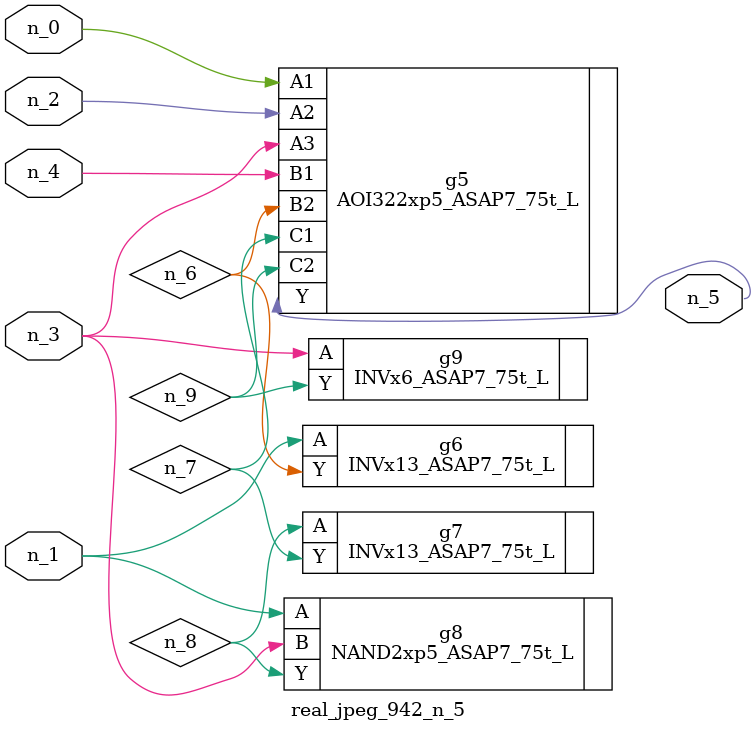
<source format=v>
module real_jpeg_942_n_5 (n_4, n_0, n_1, n_2, n_3, n_5);

input n_4;
input n_0;
input n_1;
input n_2;
input n_3;

output n_5;

wire n_8;
wire n_6;
wire n_7;
wire n_9;

AOI322xp5_ASAP7_75t_L g5 ( 
.A1(n_0),
.A2(n_2),
.A3(n_3),
.B1(n_4),
.B2(n_6),
.C1(n_7),
.C2(n_9),
.Y(n_5)
);

INVx13_ASAP7_75t_L g6 ( 
.A(n_1),
.Y(n_6)
);

NAND2xp5_ASAP7_75t_L g8 ( 
.A(n_1),
.B(n_3),
.Y(n_8)
);

INVx6_ASAP7_75t_L g9 ( 
.A(n_3),
.Y(n_9)
);

INVx13_ASAP7_75t_L g7 ( 
.A(n_8),
.Y(n_7)
);


endmodule
</source>
